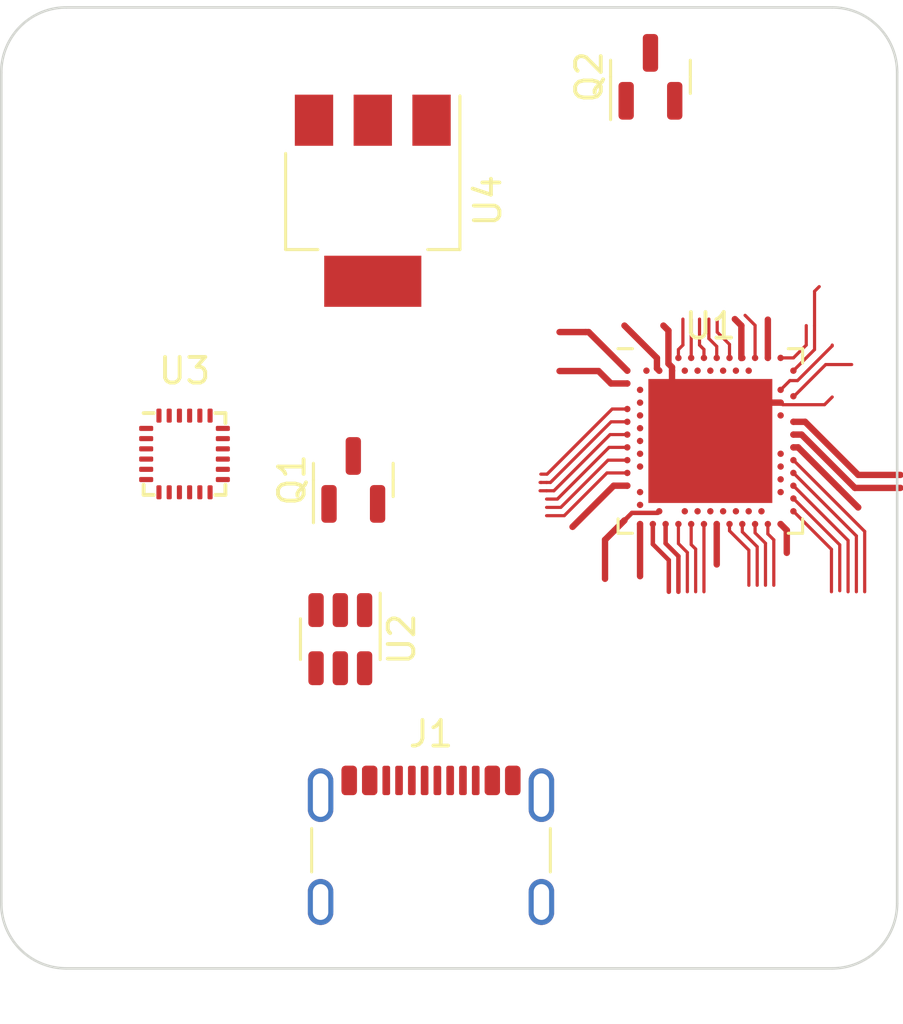
<source format=kicad_pcb>
(kicad_pcb (version 20221018) (generator pcbnew)
  (layers (0 "F.Cu" signal) (1 "In1.Cu" signal) (2 "In2.Cu" signal) (31 "B.Cu" signal) (34 "B.Paste" user) (35 "F.Paste" user) (36 "B.SilkS" user "B.Silkscreen") (37 "F.SilkS" user "F.Silkscreen") (38 "B.Mask" user) (39 "F.Mask" user) (44 "Edge.Cuts" user))
  (property "ADDRESS1" "")
  (property "ADDRESS2" "")
  (property "ADDRESS3" "")
  (property "ADDRESS4" "")
  (property "DEVICE" "nRF52840-QFAA")
  (property "DOCUMENTNUMBER" "")
  (property "DOCUMENTSIZE" "A4")
  (property "DRAWNBY" "RUBR")
  (property "ORGANIZATION" "")
  (property "REFLAYOUTTITLE" "Reference Layout")
  (property "SHEETTOTAL" "1")
  (net 0 "")
  (net 1 "unconnected-(U1-AIN7{slash}P0.31-PadA8)")
  (net 2 "unconnected-(U1-AIN5{slash}P0.29-PadA10)")
  (net 3 "unconnected-(U1-AIN0{slash}P0.02-PadA12)")
  (net 4 "unconnected-(U1-P1.15-PadA14)")
  (net 5 "unconnected-(U1-P1.13-PadA16)")
  (net 6 "unconnected-(U1-P1.10-PadA20)")
  (net 7 "unconnected-(U1-SWDCLK-PadAA24)")
  (net 16 "unconnected-(U1-SWDIO-PadAC24)")
  (net 17 "unconnected-(U1-P0.13-PadAD8)")
  (net 18 "unconnected-(U1-P0.15-PadAD10)")
  (net 19 "unconnected-(U1-P0.17-PadAD12)")
  (net 20 "unconnected-(U1-P0.20-PadAD16)")
  (net 21 "unconnected-(U1-P0.22-PadAD18)")
  (net 22 "unconnected-(U1-P0.24-PadAD20)")
  (net 23 "unconnected-(U1-TRACEDATA0{slash}P1.00-PadAD22)")
  (net 33 "unconnected-(U1-P0.26-PadG1)")
  (net 35 "unconnected-(U1-AIN2{slash}P0.04-PadJ1)")
  (net 36 "unconnected-(U1-NFC2{slash}P0.10-PadJ24)")
  (net 38 "unconnected-(U1-P0.06-PadL1)")
  (net 39 "unconnected-(U1-NFC1{slash}P0.09-PadL24)")
  (net 41 "unconnected-(U1-P0.08-PadN1)")
  (net 42 "unconnected-(U1-DEC5-PadN24)")
  (net 45 "unconnected-(U1-TRACEDATA3{slash}P1.09-PadR1)")
  (net 46 "unconnected-(U1-P1.06-PadR24)")
  (net 49 "unconnected-(U1-TRACEDATA1{slash}P0.12-PadU1)")
  (net 50 "unconnected-(U1-P1.04-PadU24)")
  (net 52 "unconnected-(U1-P1.02-PadW24)")
  (net 54 "GND")
  (net 55 "VBUS")
  (net 56 "+15V")
  (net 57 "/DEC1")
  (net 58 "Net-(U1-DEC2)")
  (net 59 "Net-(U1-XC2)")
  (net 60 "Net-(U1-DECUSB)")
  (net 61 "/D-")
  (net 62 "/D+")
  (net 63 "/DEC4_6")
  (net 64 "Net-(U1-XC1)")
  (net 65 "/DEC3")
  (net 66 "Net-(U1-ANT)")
  (net 67 "/DR-")
  (net 68 "/DR+")
  (net 69 "VDD")
  (net 77 "Net-(Q1-G)")
  (net 79 "Net-(J1-CC1)")
  (net 88 "Net-(U3-REGOUT)")
  (net 89 "/SCL")
  (net 90 "/SDA")
  (net 91 "Net-(J1-CC2)")
  (net 93 "/IMU_INT")
  (net 94 "/SDA_1_8")
  (net 95 "/SCL_1_8")
  (footprint "Sensor_Motion:InvenSense_QFN-24_3x3mm_P0.4mm" (layer "F.Cu") (at 100.838 66.548)
    (fp_text reference "U3" (at 0 -3.25) (layer "F.SilkS"))
    (fp_text value "ICM-20948")
    (fp_line (start -1.6 -1.6) (end -1.2 -1.6) (stroke (width 0.15)) (layer "F.SilkS"))
    (fp_line (start -1.6 1.6) (end -1.6 1.2) (stroke (width 0.15)) (layer "F.SilkS"))
    (fp_line (start -1.6 1.6) (end -1.2 1.6) (stroke (width 0.15)) (layer "F.SilkS"))
    (fp_line (start 1.6 -1.6) (end 1.2 -1.6) (stroke (width 0.15)) (layer "F.SilkS"))
    (fp_line (start 1.6 -1.6) (end 1.6 -1.2) (stroke (width 0.15)) (layer "F.SilkS"))
    (fp_line (start 1.6 1.6) (end 1.2 1.6) (stroke (width 0.15)) (layer "F.SilkS"))
    (fp_line (start 1.6 1.6) (end 1.6 1.2) (stroke (width 0.15)) (layer "F.SilkS"))
    (pad "1" smd roundrect (at -1.5 -1) (size 0.55 0.2) (layers "F.Cu" "F.Paste" "F.Mask"))
    (pad "2" smd roundrect (at -1.5 -0.6) (size 0.55 0.2) (layers "F.Cu" "F.Paste" "F.Mask"))
    (pad "3" smd roundrect (at -1.5 -0.2) (size 0.55 0.2) (layers "F.Cu" "F.Paste" "F.Mask"))
    (pad "4" smd roundrect (at -1.5 0.2) (size 0.55 0.2) (layers "F.Cu" "F.Paste" "F.Mask"))
    (pad "5" smd roundrect (at -1.5 0.6) (size 0.55 0.2) (layers "F.Cu" "F.Paste" "F.Mask"))
    (pad "6" smd roundrect (at -1.5 1) (size 0.55 0.2) (layers "F.Cu" "F.Paste" "F.Mask"))
    (pad "7" smd roundrect (at -1 1.5 90) (size 0.55 0.2) (layers "F.Cu" "F.Paste" "F.Mask"))
    (pad "8" smd roundrect (at -0.6 1.5 90) (size 0.55 0.2) (layers "F.Cu" "F.Paste" "F.Mask") (net 77 "Net-(Q1-G)"))
    (pad "9" smd roundrect (at -0.2 1.5 90) (size 0.55 0.2) (layers "F.Cu" "F.Paste" "F.Mask"))
    (pad "10" smd roundrect (at 0.2 1.5 90) (size 0.55 0.2) (layers "F.Cu" "F.Paste" "F.Mask") (net 88 "Net-(U3-REGOUT)"))
    (pad "11" smd roundrect (at 0.6 1.5 90) (size 0.55 0.2) (layers "F.Cu" "F.Paste" "F.Mask") (net 54 "GND"))
    (pad "12" smd roundrect (at 1 1.5 90) (size 0.55 0.2) (layers "F.Cu" "F.Paste" "F.Mask") (net 93 "/IMU_INT"))
    (pad "13" smd roundrect (at 1.5 1) (size 0.55 0.2) (layers "F.Cu" "F.Paste" "F.Mask") (net 77 "Net-(Q1-G)"))
    (pad "14" smd roundrect (at 1.5 0.6) (size 0.55 0.2) (layers "F.Cu" "F.Paste" "F.Mask"))
    (pad "15" smd roundrect (at 1.5 0.2) (size 0.55 0.2) (layers "F.Cu" "F.Paste" "F.Mask"))
    (pad "16" smd roundrect (at 1.5 -0.2) (size 0.55 0.2) (layers "F.Cu" "F.Paste" "F.Mask"))
    (pad "17" smd roundrect (at 1.5 -0.6) (size 0.55 0.2) (layers "F.Cu" "F.Paste" "F.Mask"))
    (pad "18" smd roundrect (at 1.5 -1) (size 0.55 0.2) (layers "F.Cu" "F.Paste" "F.Mask") (net 54 "GND"))
    (pad "19" smd roundrect (at 1 -1.5 90) (size 0.55 0.2) (layers "F.Cu" "F.Paste" "F.Mask"))
    (pad "20" smd roundrect (at 0.6 -1.5 90) (size 0.55 0.2) (layers "F.Cu" "F.Paste" "F.Mask") (net 54 "GND"))
    (pad "21" smd roundrect (at 0.2 -1.5 90) (size 0.55 0.2) (layers "F.Cu" "F.Paste" "F.Mask"))
    (pad "22" smd roundrect (at -0.2 -1.5 90) (size 0.55 0.2) (layers "F.Cu" "F.Paste" "F.Mask"))
    (pad "23" smd roundrect (at -0.6 -1.5 90) (size 0.55 0.2) (layers "F.Cu" "F.Paste" "F.Mask") (net 95 "/SCL_1_8"))
    (pad "24" smd roundrect (at -1 -1.5 90) (size 0.55 0.2) (layers "F.Cu" "F.Paste" "F.Mask") (net 94 "/SDA_1_8"))
  )
  (footprint "Connector_USB:USB_C_Receptacle_GCT_USB4105-xx-A_16P_TopMnt_Horizontal" (layer "F.Cu") (at 110.481861 82.999622)
    (fp_text reference "J1" (at 0 -5.5 unlocked) (layer "F.SilkS"))
    (fp_text value "USB_C_Receptacle_USB2.0_16P")
    (fp_line (start -4.67 -0.1) (end -4.67 -1.8) (stroke (width 0.12)) (layer "F.SilkS"))
    (fp_line (start 4.67 -0.1) (end 4.67 -1.8) (stroke (width 0.12)) (layer "F.SilkS"))
    (pad "" np_thru_hole circle (at -2.89 -2.605) (size 0.65 0.65) (drill 0.65) (layers "F&B.Cu" "*.Mask"))
    (pad "" np_thru_hole circle (at 2.89 -2.605) (size 0.65 0.65) (drill 0.65) (layers "F&B.Cu" "*.Mask"))
    (pad "A1" smd roundrect (at -3.2 -3.68) (size 0.6 1.15) (layers "F.Cu" "F.Paste" "F.Mask") (net 54 "GND"))
    (pad "A4" smd roundrect (at -2.4 -3.68) (size 0.6 1.15) (layers "F.Cu" "F.Paste" "F.Mask") (net 55 "VBUS"))
    (pad "A5" smd roundrect (at -1.25 -3.68) (size 0.3 1.15) (layers "F.Cu" "F.Paste" "F.Mask") (net 79 "Net-(J1-CC1)"))
    (pad "A6" smd roundrect (at -0.25 -3.68) (size 0.3 1.15) (layers "F.Cu" "F.Paste" "F.Mask") (net 68 "/DR+"))
    (pad "A7" smd roundrect (at 0.25 -3.68) (size 0.3 1.15) (layers "F.Cu" "F.Paste" "F.Mask") (net 67 "/DR-"))
    (pad "A8" smd roundrect (at 1.25 -3.68) (size 0.3 1.15) (layers "F.Cu" "F.Paste" "F.Mask"))
    (pad "A9" smd roundrect (at 2.4 -3.68) (size 0.6 1.15) (layers "F.Cu" "F.Paste" "F.Mask") (net 55 "VBUS"))
    (pad "A12" smd roundrect (at 3.2 -3.68) (size 0.6 1.15) (layers "F.Cu" "F.Paste" "F.Mask") (net 54 "GND"))
    (pad "B1" smd roundrect (at 3.2 -3.68) (size 0.6 1.15) (layers "F.Cu" "F.Paste" "F.Mask") (net 54 "GND"))
    (pad "B4" smd roundrect (at 2.4 -3.68) (size 0.6 1.15) (layers "F.Cu" "F.Paste" "F.Mask") (net 55 "VBUS"))
    (pad "B5" smd roundrect (at 1.75 -3.68) (size 0.3 1.15) (layers "F.Cu" "F.Paste" "F.Mask") (net 91 "Net-(J1-CC2)"))
    (pad "B6" smd roundrect (at 0.75 -3.68) (size 0.3 1.15) (layers "F.Cu" "F.Paste" "F.Mask") (net 68 "/DR+"))
    (pad "B7" smd roundrect (at -0.75 -3.68) (size 0.3 1.15) (layers "F.Cu" "F.Paste" "F.Mask") (net 67 "/DR-"))
    (pad "B8" smd roundrect (at -1.75 -3.68) (size 0.3 1.15) (layers "F.Cu" "F.Paste" "F.Mask"))
    (pad "B9" smd roundrect (at -2.4 -3.68) (size 0.6 1.15) (layers "F.Cu" "F.Paste" "F.Mask") (net 55 "VBUS"))
    (pad "B12" smd roundrect (at -3.2 -3.68) (size 0.6 1.15) (layers "F.Cu" "F.Paste" "F.Mask") (net 54 "GND"))
    (pad "S1" thru_hole oval (at -4.32 -3.105) (size 1 2.1) (drill oval 0.6 1.7) (layers "*.Cu" "*.Mask" "F.Paste") (net 54 "GND"))
    (pad "S1" thru_hole oval (at -4.32 1.075) (size 1 1.8) (drill oval 0.6 1.4) (layers "*.Cu" "*.Mask" "F.Paste") (net 54 "GND"))
    (pad "S1" thru_hole oval (at 4.32 -3.105) (size 1 2.1) (drill oval 0.6 1.7) (layers "*.Cu" "*.Mask" "F.Paste") (net 54 "GND"))
    (pad "S1" thru_hole oval (at 4.32 1.075) (size 1 1.8) (drill oval 0.6 1.4) (layers "*.Cu" "*.Mask" "F.Paste") (net 54 "GND"))
  )
  (footprint "Package_TO_SOT_SMD:SOT-23" (layer "F.Cu") (at 107.442 67.564 90)
    (fp_text reference "Q1" (at 0 -2.4 90) (layer "F.SilkS"))
    (fp_text value "BSS138")
    (fp_line (start 0 -1.56) (end -1.675 -1.56) (stroke (width 0.12)) (layer "F.SilkS"))
    (fp_line (start 0 -1.56) (end 0.65 -1.56) (stroke (width 0.12)) (layer "F.SilkS"))
    (fp_line (start 0 1.56) (end -0.65 1.56) (stroke (width 0.12)) (layer "F.SilkS"))
    (fp_line (start 0 1.56) (end 0.65 1.56) (stroke (width 0.12)) (layer "F.SilkS"))
    (pad "1" smd roundrect (at -0.9375 -0.95 90) (size 1.475 0.6) (layers "F.Cu" "F.Paste" "F.Mask") (net 77 "Net-(Q1-G)"))
    (pad "2" smd roundrect (at -0.9375 0.95 90) (size 1.475 0.6) (layers "F.Cu" "F.Paste" "F.Mask") (net 94 "/SDA_1_8"))
    (pad "3" smd roundrect (at 0.9375 0 90) (size 1.475 0.6) (layers "F.Cu" "F.Paste" "F.Mask") (net 90 "/SDA"))
  )
  (footprint "nRF52840:nRF52840" (layer "F.Cu") (at 121.412 66.04)
    (fp_text reference "U1" (at 0 -4.5) (layer "F.SilkS"))
    (fp_text value "nRF52840")
    (fp_line (start -3.61 -3.61) (end -3.05 -3.61) (stroke (width 0.12)) (layer "F.SilkS"))
    (fp_line (start -3.61 3.61) (end -3.61 3.05) (stroke (width 0.12)) (layer "F.SilkS"))
    (fp_line (start -3.61 3.61) (end -3.05 3.61) (stroke (width 0.12)) (layer "F.SilkS"))
    (fp_line (start 3.61 -3.61) (end 3.05 -3.61) (stroke (width 0.12)) (layer "F.SilkS"))
    (fp_line (start 3.61 -3.61) (end 3.61 -3.05) (stroke (width 0.12)) (layer "F.SilkS"))
    (fp_line (start 3.61 3.61) (end 3.05 3.61) (stroke (width 0.12)) (layer "F.SilkS"))
    (fp_line (start 3.61 3.61) (end 3.61 3.05) (stroke (width 0.12)) (layer "F.SilkS"))
    (pad "74" smd rect (at 0 0 180) (size 4.85 4.85) (layers "F.Cu" "F.Mask") (net 54 "GND"))
    (pad "A8" smd circle (at -1.25 -3.25 180) (size 0.25 0.25) (layers "F.Cu" "F.Paste" "F.Mask") (net 1 "unconnected-(U1-AIN7{slash}P0.31-PadA8)"))
    (pad "A10" smd circle (at -0.75 -3.25 180) (size 0.25 0.25) (layers "F.Cu" "F.Paste" "F.Mask") (net 2 "unconnected-(U1-AIN5{slash}P0.29-PadA10)"))
    (pad "A12" smd circle (at -0.25 -3.25 180) (size 0.25 0.25) (layers "F.Cu" "F.Paste" "F.Mask") (net 3 "unconnected-(U1-AIN0{slash}P0.02-PadA12)"))
    (pad "A14" smd circle (at 0.25 -3.25 180) (size 0.25 0.25) (layers "F.Cu" "F.Paste" "F.Mask") (net 4 "unconnected-(U1-P1.15-PadA14)"))
    (pad "A16" smd circle (at 0.75 -3.25 180) (size 0.25 0.25) (layers "F.Cu" "F.Paste" "F.Mask") (net 5 "unconnected-(U1-P1.13-PadA16)"))
    (pad "A18" smd circle (at 1.25 -3.25 180) (size 0.25 0.25) (layers "F.Cu" "F.Paste" "F.Mask") (net 58 "Net-(U1-DEC2)"))
    (pad "A20" smd circle (at 1.75 -3.25 180) (size 0.25 0.25) (layers "F.Cu" "F.Paste" "F.Mask") (net 6 "unconnected-(U1-P1.10-PadA20)"))
    (pad "A22" smd circle (at 2.25 -3.25 180) (size 0.25 0.25) (layers "F.Cu" "F.Paste" "F.Mask") (net 69 "VDD"))
    (pad "A23" smd circle (at 2.75 -3.25 180) (size 0.25 0.25) (layers "F.Cu" "F.Paste" "F.Mask") (net 59 "Net-(U1-XC2)"))
    (pad "AA24" smd circle (at 3.25 2.25 180) (size 0.25 0.25) (layers "F.Cu" "F.Paste" "F.Mask") (net 7 "unconnected-(U1-SWDCLK-PadAA24)"))
    (pad "AB2" smd circle (at -2.75 2.5 180) (size 0.25 0.25) (layers "F.Cu" "F.Paste" "F.Mask"))
    (pad "AC5" smd circle (at -2 2.75 180) (size 0.25 0.25) (layers "F.Cu" "F.Paste" "F.Mask") (net 60 "Net-(U1-DECUSB)"))
    (pad "AC9" smd circle (at -1 2.75 180) (size 0.25 0.25) (layers "F.Cu" "F.Paste" "F.Mask"))
    (pad "AC11" smd circle (at -0.5 2.75 180) (size 0.25 0.25) (layers "F.Cu" "F.Paste" "F.Mask"))
    (pad "AC13" smd circle (at 0 2.75 180) (size 0.25 0.25) (layers "F.Cu" "F.Paste" "F.Mask"))
    (pad "AC15" smd circle (at 0.5 2.75 180) (size 0.25 0.25) (layers "F.Cu" "F.Paste" "F.Mask"))
    (pad "AC17" smd circle (at 1 2.75 180) (size 0.25 0.25) (layers "F.Cu" "F.Paste" "F.Mask"))
    (pad "AC19" smd circle (at 1.5 2.75 180) (size 0.25 0.25) (layers "F.Cu" "F.Paste" "F.Mask"))
    (pad "AC21" smd circle (at 2 2.75 180) (size 0.25 0.25) (layers "F.Cu" "F.Paste" "F.Mask"))
    (pad "AC24" smd circle (at 3.25 2.75 180) (size 0.25 0.25) (layers "F.Cu" "F.Paste" "F.Mask") (net 16 "unconnected-(U1-SWDIO-PadAC24)"))
    (pad "AD2" smd circle (at -2.75 3.25 180) (size 0.25 0.25) (layers "F.Cu" "F.Paste" "F.Mask") (net 55 "VBUS"))
    (pad "AD4" smd circle (at -2.25 3.25 180) (size 0.25 0.25) (layers "F.Cu" "F.Paste" "F.Mask") (net 61 "/D-"))
    (pad "AD6" smd circle (at -1.75 3.25 180) (size 0.25 0.25) (layers "F.Cu" "F.Paste" "F.Mask") (net 62 "/D+"))
    (pad "AD8" smd circle (at -1.25 3.25 180) (size 0.25 0.25) (layers "F.Cu" "F.Paste" "F.Mask") (net 17 "unconnected-(U1-P0.13-PadAD8)"))
    (pad "AD10" smd circle (at -0.75 3.25 180) (size 0.25 0.25) (layers "F.Cu" "F.Paste" "F.Mask") (net 18 "unconnected-(U1-P0.15-PadAD10)"))
    (pad "AD12" smd circle (at -0.25 3.25 180) (size 0.25 0.25) (layers "F.Cu" "F.Paste" "F.Mask") (net 19 "unconnected-(U1-P0.17-PadAD12)"))
    (pad "AD14" smd circle (at 0.25 3.25 180) (size 0.25 0.25) (layers "F.Cu" "F.Paste" "F.Mask") (net 69 "VDD"))
    (pad "AD16" smd circle (at 0.75 3.25 180) (size 0.25 0.25) (layers "F.Cu" "F.Paste" "F.Mask") (net 20 "unconnected-(U1-P0.20-PadAD16)"))
    (pad "AD18" smd circle (at 1.25 3.25 180) (size 0.25 0.25) (layers "F.Cu" "F.Paste" "F.Mask") (net 21 "unconnected-(U1-P0.22-PadAD18)"))
    (pad "AD20" smd circle (at 1.75 3.25 180) (size 0.25 0.25) (layers "F.Cu" "F.Paste" "F.Mask") (net 22 "unconnected-(U1-P0.24-PadAD20)"))
    (pad "AD22" smd circle (at 2.25 3.25 180) (size 0.25 0.25) (layers "F.Cu" "F.Paste" "F.Mask") (net 23 "unconnected-(U1-TRACEDATA0{slash}P1.00-PadAD22)"))
    (pad "AD23" smd circle (at 2.75 3.25 180) (size 0.25 0.25) (layers "F.Cu" "F.Paste" "F.Mask") (net 69 "VDD"))
    (pad "B1" smd circle (at -3.25 -2.75 180) (size 0.25 0.25) (layers "F.Cu" "F.Paste" "F.Mask") (net 69 "VDD"))
    (pad "B3" smd circle (at -2.5 -2.75 180) (size 0.25 0.25) (layers "F.Cu" "F.Paste" "F.Mask"))
    (pad "B5" smd circle (at -2 -2.75 180) (size 0.25 0.25) (layers "F.Cu" "F.Paste" "F.Mask") (net 63 "/DEC4_6"))
    (pad "B7" smd circle (at -1.5 -2.75 180) (size 0.25 0.25) (layers "F.Cu" "F.Paste" "F.Mask") (net 54 "GND"))
    (pad "B9" smd circle (at -1 -2.75 180) (size 0.25 0.25) (layers "F.Cu" "F.Paste" "F.Mask"))
    (pad "B11" smd circle (at -0.5 -2.75 180) (size 0.25 0.25) (layers "F.Cu" "F.Paste" "F.Mask"))
    (pad "B13" smd circle (at 0 -2.75 180) (size 0.25 0.25) (layers "F.Cu" "F.Paste" "F.Mask"))
    (pad "B15" smd circle (at 0.5 -2.75 180) (size 0.25 0.25) (layers "F.Cu" "F.Paste" "F.Mask"))
    (pad "B17" smd circle (at 1 -2.75 180) (size 0.25 0.25) (layers "F.Cu" "F.Paste" "F.Mask"))
    (pad "B19" smd circle (at 1.5 -2.75 180) (size 0.25 0.25) (layers "F.Cu" "F.Paste" "F.Mask"))
    (pad "B24" smd circle (at 3.25 -2.75 180) (size 0.25 0.25) (layers "F.Cu" "F.Paste" "F.Mask") (net 64 "Net-(U1-XC1)"))
    (pad "C1" smd circle (at -3.25 -2.25 180) (size 0.25 0.25) (layers "F.Cu" "F.Paste" "F.Mask") (net 57 "/DEC1"))
    (pad "D2" smd circle (at -2.75 -2 180) (size 0.25 0.25) (layers "F.Cu" "F.Paste" "F.Mask"))
    (pad "D23" smd circle (at 2.75 -2 180) (size 0.25 0.25) (layers "F.Cu" "F.Paste" "F.Mask") (net 65 "/DEC3"))
    (pad "E24" smd circle (at 3.25 -1.75 180) (size 0.25 0.25) (layers "F.Cu" "F.Paste" "F.Mask") (net 63 "/DEC4_6"))
    (pad "F2" smd circle (at -2.75 -1.5 180) (size 0.25 0.25) (layers "F.Cu" "F.Paste" "F.Mask"))
    (pad "F23" smd circle (at 2.75 -1.5 180) (size 0.25 0.25) (layers "F.Cu" "F.Paste" "F.Mask") (net 54 "GND"))
    (pad "G1" smd circle (at -3.25 -1.25 180) (size 0.25 0.25) (layers "F.Cu" "F.Paste" "F.Mask") (net 33 "unconnected-(U1-P0.26-PadG1)"))
    (pad "H2" smd circle (at -2.75 -1 180) (size 0.25 0.25) (layers "F.Cu" "F.Paste" "F.Mask"))
    (pad "H23" smd circle (at 2.75 -1 180) (size 0.25 0.25) (layers "F.Cu" "F.Paste" "F.Mask") (net 66 "Net-(U1-ANT)"))
    (pad "J1" smd circle (at -3.25 -0.75 180) (size 0.25 0.25) (layers "F.Cu" "F.Paste" "F.Mask") (net 35 "unconnected-(U1-AIN2{slash}P0.04-PadJ1)"))
    (pad "J24" smd circle (at 3.25 -0.75 180) (size 0.25 0.25) (layers "F.Cu" "F.Paste" "F.Mask") (net 36 "unconnected-(U1-NFC2{slash}P0.10-PadJ24)"))
    (pad "K2" smd circle (at -2.75 -0.5 180) (size 0.25 0.25) (layers "F.Cu" "F.Paste" "F.Mask"))
    (pad "L1" smd circle (at -3.25 -0.25 180) (size 0.25 0.25) (layers "F.Cu" "F.Paste" "F.Mask") (net 38 "unconnected-(U1-P0.06-PadL1)"))
    (pad "L24" smd circle (at 3.25 -0.25 180) (size 0.25 0.25) (layers "F.Cu" "F.Paste" "F.Mask") (net 39 "unconnected-(U1-NFC1{slash}P0.09-PadL24)"))
    (pad "M2" smd circle (at -2.75 0 180) (size 0.25 0.25) (layers "F.Cu" "F.Paste" "F.Mask"))
    (pad "N1" smd circle (at -3.25 0.25 180) (size 0.25 0.25) (layers "F.Cu" "F.Paste" "F.Mask") (net 41 "unconnected-(U1-P0.08-PadN1)"))
    (pad "N24" smd circle (at 3.25 0.25 180) (size 0.25 0.25) (layers "F.Cu" "F.Paste" "F.Mask") (net 42 "unconnected-(U1-DEC5-PadN24)"))
    (pad "P2" smd circle (at -2.75 0.5 180) (size 0.25 0.25) (layers "F.Cu" "F.Paste" "F.Mask"))
    (pad "P23" smd circle (at 2.75 0.5 180) (size 0.25 0.25) (layers "F.Cu" "F.Paste" "F.Mask"))
    (pad "R1" smd circle (at -3.25 0.75 180) (size 0.25 0.25) (layers "F.Cu" "F.Paste" "F.Mask") (net 45 "unconnected-(U1-TRACEDATA3{slash}P1.09-PadR1)"))
    (pad "R24" smd circle (at 3.25 0.75 180) (size 0.25 0.25) (layers "F.Cu" "F.Paste" "F.Mask") (net 46 "unconnected-(U1-P1.06-PadR24)"))
    (pad "T2" smd circle (at -2.75 1 180) (size 0.25 0.25) (layers "F.Cu" "F.Paste" "F.Mask"))
    (pad "T23" smd circle (at 2.75 1 180) (size 0.25 0.25) (layers "F.Cu" "F.Paste" "F.Mask"))
    (pad "U1" smd circle (at -3.25 1.25 180) (size 0.25 0.25) (layers "F.Cu" "F.Paste" "F.Mask") (net 49 "unconnected-(U1-TRACEDATA1{slash}P0.12-PadU1)"))
    (pad "U24" smd circle (at 3.25 1.25 180) (size 0.25 0.25) (layers "F.Cu" "F.Paste" "F.Mask") (net 50 "unconnected-(U1-P1.04-PadU24)"))
    (pad "V23" smd circle (at 2.75 1.5 180) (size 0.25 0.25) (layers "F.Cu" "F.Paste" "F.Mask"))
    (pad "W1" smd circle (at -3.25 1.75 180) (size 0.25 0.25) (layers "F.Cu" "F.Paste" "F.Mask") (net 69 "VDD"))
    (pad "W24" smd circle (at 3.25 1.75 180) (size 0.25 0.25) (layers "F.Cu" "F.Paste" "F.Mask") (net 52 "unconnected-(U1-P1.02-PadW24)"))
    (pad "Y2" smd circle (at -2.75 2 180) (size 0.25 0.25) (layers "F.Cu" "F.Paste" "F.Mask") (net 55 "VBUS"))
    (pad "Y23" smd circle (at 2.75 2 180) (size 0.25 0.25) (layers "F.Cu" "F.Paste" "F.Mask"))
  )
  (footprint "Package_TO_SOT_SMD:SOT-223-3_TabPin2" (layer "F.Cu") (at 108.204 56.642 -90)
    (fp_text reference "U4" (at 0 -4.5 90) (layer "F.SilkS"))
    (fp_text value "MCP1703AT-3302E/DB")
    (fp_line (start -4.1 -3.41) (end 1.91 -3.41) (stroke (width 0.12)) (layer "F.SilkS"))
    (fp_line (start -1.85 3.41) (end 1.91 3.41) (stroke (width 0.12)) (layer "F.SilkS"))
    (fp_line (start 1.91 -3.41) (end 1.91 -2.15) (stroke (width 0.12)) (layer "F.SilkS"))
    (fp_line (start 1.91 3.41) (end 1.91 2.15) (stroke (width 0.12)) (layer "F.SilkS"))
    (pad "1" smd rect (at -3.15 -2.3 270) (size 2 1.5) (layers "F.Cu" "F.Paste" "F.Mask") (net 56 "+15V"))
    (pad "2" smd rect (at -3.15 0 270) (size 2 1.5) (layers "F.Cu" "F.Paste" "F.Mask") (net 54 "GND"))
    (pad "2" smd rect (at 3.15 0 270) (size 2 3.8) (layers "F.Cu" "F.Paste" "F.Mask") (net 54 "GND"))
    (pad "3" smd rect (at -3.15 2.3 270) (size 2 1.5) (layers "F.Cu" "F.Paste" "F.Mask") (net 69 "VDD"))
  )
  (footprint "Package_TO_SOT_SMD:SOT-23" (layer "F.Cu") (at 119.0685 51.795 90)
    (fp_text reference "Q2" (at 0 -2.4 90) (layer "F.SilkS"))
    (fp_text value "BSS138")
    (fp_line (start 0 -1.56) (end -1.675 -1.56) (stroke (width 0.12)) (layer "F.SilkS"))
    (fp_line (start 0 -1.56) (end 0.65 -1.56) (stroke (width 0.12)) (layer "F.SilkS"))
    (fp_line (start 0 1.56) (end -0.65 1.56) (stroke (width 0.12)) (layer "F.SilkS"))
    (fp_line (start 0 1.56) (end 0.65 1.56) (stroke (width 0.12)) (layer "F.SilkS"))
    (pad "1" smd roundrect (at -0.9375 -0.95 90) (size 1.475 0.6) (layers "F.Cu" "F.Paste" "F.Mask") (net 77 "Net-(Q1-G)"))
    (pad "2" smd roundrect (at -0.9375 0.95 90) (size 1.475 0.6) (layers "F.Cu" "F.Paste" "F.Mask") (net 95 "/SCL_1_8"))
    (pad "3" smd roundrect (at 0.9375 0 90) (size 1.475 0.6) (layers "F.Cu" "F.Paste" "F.Mask") (net 89 "/SCL"))
  )
  (footprint "Package_TO_SOT_SMD:SOT-23-6" (layer "F.Cu") (at 106.934 73.7925 -90)
    (fp_text reference "U2" (at 0 -2.4 90) (layer "F.SilkS"))
    (fp_text value "USBLC6-2SC6")
    (fp_line (start 0 -1.56) (end -1.8 -1.56) (stroke (width 0.12)) (layer "F.SilkS"))
    (fp_line (start 0 -1.56) (end 0.8 -1.56) (stroke (width 0.12)) (layer "F.SilkS"))
    (fp_line (start 0 1.56) (end -0.8 1.56) (stroke (width 0.12)) (layer "F.SilkS"))
    (fp_line (start 0 1.56) (end 0.8 1.56) (stroke (width 0.12)) (layer "F.SilkS"))
    (pad "1" smd roundrect (at -1.1375 -0.95 270) (size 1.325 0.6) (layers "F.Cu" "F.Paste" "F.Mask") (net 62 "/D+"))
    (pad "2" smd roundrect (at -1.1375 0 270) (size 1.325 0.6) (layers "F.Cu" "F.Paste" "F.Mask") (net 54 "GND"))
    (pad "3" smd roundrect (at -1.1375 0.95 270) (size 1.325 0.6) (layers "F.Cu" "F.Paste" "F.Mask") (net 61 "/D-"))
    (pad "4" smd roundrect (at 1.1375 0.95 270) (size 1.325 0.6) (layers "F.Cu" "F.Paste" "F.Mask") (net 67 "/DR-"))
    (pad "5" smd roundrect (at 1.1375 0 270) (size 1.325 0.6) (layers "F.Cu" "F.Paste" "F.Mask") (net 69 "VDD"))
    (pad "6" smd roundrect (at 1.1375 -0.95 270) (size 1.325 0.6) (layers "F.Cu" "F.Paste" "F.Mask") (net 68 "/DR+"))
  )
  (gr_line (start 126.1805 49.0795) (end 96.2085 49.0795) (stroke (width 0.1)) (layer "Edge.Cuts"))
  (gr_arc (start 126.1805 49.079501) (mid 127.976551 49.823449) (end 128.720499 51.6195) (stroke (width 0.1)) (layer "Edge.Cuts"))
  (gr_line (start 96.2085 86.6715) (end 126.1805 86.6715) (stroke (width 0.1)) (layer "Edge.Cuts"))
  (gr_arc (start 93.6685 51.6195) (mid 94.412449 49.823449) (end 96.2085 49.0795) (stroke (width 0.1)) (layer "Edge.Cuts"))
  (gr_line (start 93.6685 51.6195) (end 93.6685 84.1315) (stroke (width 0.1)) (layer "Edge.Cuts"))
  (gr_arc (start 128.7205 84.1315) (mid 127.976551 85.927551) (end 126.1805 86.6715) (stroke (width 0.1)) (layer "Edge.Cuts"))
  (gr_line (start 128.7205 84.1315) (end 128.7205 51.6195) (stroke (width 0.1)) (layer "Edge.Cuts"))
  (gr_arc (start 96.2085 86.6715) (mid 94.412449 85.927551) (end 93.6685 84.1315) (stroke (width 0.1)) (layer "Edge.Cuts"))
  (segment (start 120.162 62.79) (end 120.162 62.464) (width 0.125) (layer "F.Cu") (net 1))
  (segment (start 120.3385 62.2875) (end 120.3385 61.2715) (width 0.125) (layer "F.Cu") (net 1))
  (segment (start 120.162 62.464) (end 120.3385 62.2875) (width 0.125) (layer "F.Cu") (net 1))
  (segment (start 120.662 62.79) (end 120.6635 62.7885) (width 0.125) (layer "F.Cu") (net 2))
  (segment (start 120.6635 62.7885) (end 120.6635 61.2715) (width 0.125) (layer "F.Cu") (net 2))
  (segment (start 121.162 62.461) (end 120.9885 62.2875) (width 0.125) (layer "F.Cu") (net 3))
  (segment (start 121.162 62.79) (end 121.162 62.461) (width 0.125) (layer "F.Cu") (net 3))
  (segment (start 120.9885 62.2875) (end 120.9885 61.2715) (width 0.125) (layer "F.Cu") (net 3))
  (segment (start 121.3545 62.0335) (end 121.3545 61.2715) (width 0.125) (layer "F.Cu") (net 4))
  (segment (start 121.662 62.79) (end 121.662 62.341) (width 0.125) (layer "F.Cu") (net 4))
  (segment (start 121.662 62.341) (end 121.3545 62.0335) (width 0.125) (layer "F.Cu") (net 4))
  (segment (start 122.162 62.262) (end 121.6795 61.7795) (width 0.125) (layer "F.Cu") (net 5))
  (segment (start 121.6795 61.7795) (end 121.6795 61.2715) (width 0.125) (layer "F.Cu") (net 5))
  (segment (start 122.162 62.79) (end 122.162 62.262) (width 0.125) (layer "F.Cu") (net 5))
  (segment (start 123.162 62.79) (end 123.162 61.514992) (width 0.125) (layer "F.Cu") (net 6))
  (segment (start 123.162 61.514992) (end 122.771504 61.124496) (width 0.125) (layer "F.Cu") (net 6))
  (segment (start 124.662 68.29) (end 126.4755 70.1035) (width 0.125) (layer "F.Cu") (net 7))
  (segment (start 126.4755 70.1035) (end 126.4755 71.8985) (width 0.125) (layer "F.Cu") (net 7))
  (segment (start 126.1505 70.2785) (end 126.1505 71.9395) (width 0.125) (layer "F.Cu") (net 16))
  (segment (start 124.662 68.79) (end 126.1505 70.2785) (width 0.125) (layer "F.Cu") (net 16))
  (segment (start 120.512 70.401619) (end 120.512 71.9395) (width 0.125) (layer "F.Cu") (net 17))
  (segment (start 120.162 69.29) (end 120.162 70.051619) (width 0.125) (layer "F.Cu") (net 17))
  (segment (start 120.162 70.051619) (end 120.512 70.401619) (width 0.125) (layer "F.Cu") (net 17))
  (segment (start 120.837 70.267) (end 120.837 71.9395) (width 0.125) (layer "F.Cu") (net 18))
  (segment (start 120.662 70.092) (end 120.837 70.267) (width 0.125) (layer "F.Cu") (net 18))
  (segment (start 120.662 69.29) (end 120.662 70.092) (width 0.125) (layer "F.Cu") (net 18))
  (segment (start 121.162 69.29) (end 121.162 71.9395) (width 0.125) (layer "F.Cu") (net 19))
  (segment (start 122.162 69.29) (end 122.162 69.553859) (width 0.125) (layer "F.Cu") (net 20))
  (segment (start 122.162 69.553859) (end 122.9195 70.311359) (width 0.125) (layer "F.Cu") (net 20))
  (segment (start 122.9195 70.311359) (end 122.9195 71.6855) (width 0.125) (layer "F.Cu") (net 20))
  (segment (start 123.2445 70.17674) (end 123.2445 71.6855) (width 0.125) (layer "F.Cu") (net 21))
  (segment (start 122.662 69.29) (end 122.662 69.59424) (width 0.125) (layer "F.Cu") (net 21))
  (segment (start 122.662 69.59424) (end 123.2445 70.17674) (width 0.125) (layer "F.Cu") (net 21))
  (segment (start 123.5695 70.04212) (end 123.5695 71.6855) (width 0.125) (layer "F.Cu") (net 22))
  (segment (start 123.162 69.63462) (end 123.5695 70.04212) (width 0.125) (layer "F.Cu") (net 22))
  (segment (start 123.162 69.29) (end 123.162 69.63462) (width 0.125) (layer "F.Cu") (net 22))
  (segment (start 123.662 69.29) (end 123.662 69.675) (width 0.125) (layer "F.Cu") (net 23))
  (segment (start 123.662 69.675) (end 123.8945 69.9075) (width 0.125) (layer "F.Cu") (net 23))
  (segment (start 123.8945 69.9075) (end 123.8945 71.6855) (width 0.125) (layer "F.Cu") (net 23))
  (segment (start 117.5699 64.79) (end 115.0224 67.3375) (width 0.125) (layer "F.Cu") (net 33))
  (segment (start 118.162 64.79) (end 117.5699 64.79) (width 0.125) (layer "F.Cu") (net 33))
  (segment (start 115.0224 67.3375) (end 114.7805 67.3375) (width 0.125) (layer "F.Cu") (net 33))
  (segment (start 115.15702 67.6625) (end 115.0045 67.6625) (width 0.125) (layer "F.Cu") (net 35))
  (segment (start 118.162 65.29) (end 117.52952 65.29) (width 0.125) (layer "F.Cu") (net 35))
  (segment (start 114.7915 67.6625) (end 114.7505 67.6625) (width 0.125) (layer "F.Cu") (net 35))
  (segment (start 117.52952 65.29) (end 115.22826 67.59126) (width 0.125) (layer "F.Cu") (net 35))
  (segment (start 115.0045 67.6625) (end 114.7915 67.6625) (width 0.125) (layer "F.Cu") (net 35))
  (segment (start 115.22826 67.59126) (end 115.15702 67.6625) (width 0.125) (layer "F.Cu") (net 35))
  (segment (start 127.1965 67.3675) (end 128.8495 67.3675) (width 0.25) (layer "F.Cu") (net 36))
  (segment (start 124.662 65.29) (end 125.119 65.29) (width 0.25) (layer "F.Cu") (net 36))
  (segment (start 125.119 65.29) (end 127.1965 67.3675) (width 0.25) (layer "F.Cu") (net 36))
  (segment (start 115.0045 67.9875) (end 114.7505 67.9875) (width 0.125) (layer "F.Cu") (net 38))
  (segment (start 115.29164 67.9875) (end 115.0045 67.9875) (width 0.125) (layer "F.Cu") (net 38))
  (segment (start 117.48914 65.79) (end 115.29164 67.9875) (width 0.125) (layer "F.Cu") (net 38))
  (segment (start 118.162 65.79) (end 117.48914 65.79) (width 0.125) (layer "F.Cu") (net 38))
  (segment (start 124.662 65.79) (end 124.982604 65.79) (width 0.25) (layer "F.Cu") (net 39))
  (segment (start 127.068104 67.8755) (end 128.8495 67.8755) (width 0.25) (layer "F.Cu") (net 39))
  (segment (start 124.982604 65.79) (end 127.068104 67.8755) (width 0.25) (layer "F.Cu") (net 39))
  (segment (start 117.44876 66.29) (end 115.42626 68.3125) (width 0.125) (layer "F.Cu") (net 41))
  (segment (start 118.162 66.29) (end 117.44876 66.29) (width 0.125) (layer "F.Cu") (net 41))
  (segment (start 115.42626 68.3125) (end 115.0045 68.3125) (width 0.125) (layer "F.Cu") (net 41))
  (segment (start 124.846208 66.29) (end 126.433104 67.876896) (width 0.25) (layer "F.Cu") (net 42))
  (segment (start 126.433104 67.876896) (end 127.193708 68.6375) (width 0.25) (layer "F.Cu") (net 42))
  (segment (start 127.193708 68.6375) (end 127.1965 68.6375) (width 0.25) (layer "F.Cu") (net 42))
  (segment (start 124.662 66.29) (end 124.846208 66.29) (width 0.25) (layer "F.Cu") (net 42))
  (segment (start 118.162 66.79) (end 117.40838 66.79) (width 0.125) (layer "F.Cu") (net 45))
  (segment (start 117.40838 66.79) (end 115.56088 68.6375) (width 0.125) (layer "F.Cu") (net 45))
  (segment (start 115.56088 68.6375) (end 115.0045 68.6375) (width 0.125) (layer "F.Cu") (net 45))
  (segment (start 124.662 66.79) (end 127.4505 69.5785) (width 0.125) (layer "F.Cu") (net 46))
  (segment (start 127.4505 69.5785) (end 127.4505 71.9395) (width 0.125) (layer "F.Cu") (net 46))
  (segment (start 115.6955 68.9625) (end 115.0045 68.9625) (width 0.125) (layer "F.Cu") (net 49))
  (segment (start 117.368 67.29) (end 115.6955 68.9625) (width 0.125) (layer "F.Cu") (net 49))
  (segment (start 118.162 67.29) (end 117.368 67.29) (width 0.125) (layer "F.Cu") (net 49))
  (segment (start 124.662 67.29) (end 127.1255 69.7535) (width 0.125) (layer "F.Cu") (net 50))
  (segment (start 127.1255 69.7535) (end 127.1255 71.9395) (width 0.125) (layer "F.Cu") (net 50))
  (segment (start 124.662 67.79) (end 126.8005 69.9285) (width 0.125) (layer "F.Cu") (net 52))
  (segment (start 126.8005 69.9285) (end 126.8005 71.9395) (width 0.125) (layer "F.Cu") (net 52))
  (segment (start 119.7725 61.7215) (end 119.5765 61.5255) (width 0.25) (layer "F.Cu") (net 54))
  (segment (start 122.912 64.54) (end 121.412 66.04) (width 0.25) (layer "F.Cu") (net 54))
  (segment (start 119.912 64.54) (end 121.412 66.04) (width 0.25) (layer "F.Cu") (net 54))
  (segment (start 119.912 63.29) (end 119.912 64.54) (width 0.25) (layer "F.Cu") (net 54))
  (segment (start 119.912 63.153604) (end 119.7725 63.014104) (width 0.25) (layer "F.Cu") (net 54))
  (segment (start 124.242588 64.620588) (end 125.879412 64.620588) (width 0.125) (layer "F.Cu") (net 54))
  (segment (start 124.162 64.54) (end 124.242588 64.620588) (width 0.125) (layer "F.Cu") (net 54))
  (segment (start 119.7725 63.014104) (end 119.7725 61.7215) (width 0.25) (layer "F.Cu") (net 54))
  (segment (start 124.162 64.54) (end 122.912 64.54) (width 0.25) (layer "F.Cu") (net 54))
  (segment (start 119.912 63.29) (end 119.912 63.153604) (width 0.25) (layer "F.Cu") (net 54))
  (segment (start 125.879412 64.620588) (end 126.1805 64.3195) (width 0.125) (layer "F.Cu") (net 54))
  (segment (start 118.662 69.29) (end 118.662 71.33) (width 0.25) (layer "F.Cu") (net 55))
  (segment (start 118.162 63.79) (end 117.523 63.79) (width 0.25) (layer "F.Cu") (net 57))
  (segment (start 117.0365 63.3035) (end 115.5125 63.3035) (width 0.25) (layer "F.Cu") (net 57))
  (segment (start 117.523 63.79) (end 117.0365 63.3035) (width 0.25) (layer "F.Cu") (net 57))
  (segment (start 122.63 62.79) (end 122.6245 62.7955) (width 0.25) (layer "F.Cu") (net 58))
  (segment (start 122.6245 61.5255) (end 122.3705 61.2715) (width 0.25) (layer "F.Cu") (net 58))
  (segment (start 122.662 62.79) (end 122.63 62.79) (width 0.25) (layer "F.Cu") (net 58))
  (segment (start 122.6245 62.7955) (end 122.6245 61.5255) (width 0.25) (layer "F.Cu") (net 58))
  (segment (start 125.1645 62.2875) (end 125.1645 61.5255) (width 0.125) (layer "F.Cu") (net 59))
  (segment (start 124.162 62.79) (end 124.662 62.79) (width 0.125) (layer "F.Cu") (net 59))
  (segment (start 124.662 62.79) (end 125.1645 62.2875) (width 0.125) (layer "F.Cu") (net 59))
  (segment (start 118.0525 69.1455) (end 117.2905 69.9075) (width 0.25) (layer "F.Cu") (net 60))
  (segment (start 119.3495 68.8525) (end 118.3455 68.8525) (width 0.175) (layer "F.Cu") (net 60))
  (segment (start 117.2905 69.9075) (end 117.2905 71.4315) (width 0.25) (layer "F.Cu") (net 60))
  (segment (start 118.3455 68.8525) (end 118.0525 69.1455) (width 0.175) (layer "F.Cu") (net 60))
  (segment (start 119.412 68.79) (end 119.3495 68.8525) (width 0.175) (layer "F.Cu") (net 60))
  (segment (start 119.162 69.29) (end 119.162 70.076923) (width 0.175) (layer "F.Cu") (net 61))
  (segment (start 119.787 70.701923) (end 119.787 71.9395) (width 0.175) (layer "F.Cu") (net 61))
  (segment (start 119.162 70.076923) (end 119.787 70.701923) (width 0.175) (layer "F.Cu") (net 61))
  (segment (start 120.162 70.546593) (end 120.162 71.9395) (width 0.175) (layer "F.Cu") (net 62))
  (segment (start 119.662 69.29) (end 119.662 70.046593) (width 0.175) (layer "F.Cu") (net 62))
  (segment (start 119.662 70.046593) (end 120.162 70.546593) (width 0.175) (layer "F.Cu") (net 62))
  (segment (start 125.9265 63.0495) (end 126.9425 63.0495) (width 0.125) (layer "F.Cu") (net 63))
  (segment (start 124.662 64.29) (end 124.686 64.29) (width 0.125) (layer "F.Cu") (net 63))
  (segment (start 119.3225 62.7955) (end 118.0525 61.5255) (width 0.25) (layer "F.Cu") (net 63))
  (segment (start 119.412 63.29) (end 119.3225 63.2005) (width 0.25) (layer "F.Cu") (net 63))
  (segment (start 124.686 64.29) (end 125.9265 63.0495) (width 0.125) (layer "F.Cu") (net 63))
  (segment (start 119.3225 63.2005) (end 119.3225 62.7955) (width 0.25) (layer "F.Cu") (net 63))
  (segment (start 125.4895 62.4625) (end 125.4895 61.5255) (width 0.125) (layer "F.Cu") (net 64))
  (segment (start 124.662 63.29) (end 125.4895 62.4625) (width 0.125) (layer "F.Cu") (net 64))
  (segment (start 125.4895 61.5255) (end 125.4895 60.1845) (width 0.125) (layer "F.Cu") (net 64))
  (segment (start 125.4895 60.1845) (end 125.6725 60.0015) (width 0.125) (layer "F.Cu") (net 64))
  (segment (start 124.162 64.04) (end 124.5245 63.6775) (width 0.125) (layer "F.Cu") (net 65))
  (segment (start 124.5245 63.6775) (end 124.822508 63.6775) (width 0.125) (layer "F.Cu") (net 65))
  (segment (start 124.822508 63.6775) (end 126.1805 62.319508) (width 0.125) (layer "F.Cu") (net 65))
  (segment (start 126.1805 62.319508) (end 126.1805 62.2875) (width 0.125) (layer "F.Cu") (net 65))
  (segment (start 121.662 69.29) (end 121.662 70.87) (width 0.25) (layer "F.Cu") (net 69))
  (segment (start 124.162 69.29) (end 124.4025 69.5305) (width 0.25) (layer "F.Cu") (net 69))
  (segment (start 116.5285 61.7795) (end 115.5125 61.7795) (width 0.25) (layer "F.Cu") (net 69))
  (segment (start 116.6515 61.7795) (end 116.5285 61.7795) (width 0.25) (layer "F.Cu") (net 69))
  (segment (start 117.63 67.79) (end 116.0205 69.3995) (width 0.25) (layer "F.Cu") (net 69))
  (segment (start 118.162 67.79) (end 117.63 67.79) (width 0.25) (layer "F.Cu") (net 69))
  (segment (start 124.4025 69.5305) (end 124.4025 70.4155) (width 0.25) (layer "F.Cu") (net 69))
  (segment (start 118.162 63.29) (end 116.6515 61.7795) (width 0.25) (layer "F.Cu") (net 69))
  (segment (start 123.662 62.79) (end 123.662 61.293) (width 0.25) (layer "F.Cu") (net 69))
)
</source>
